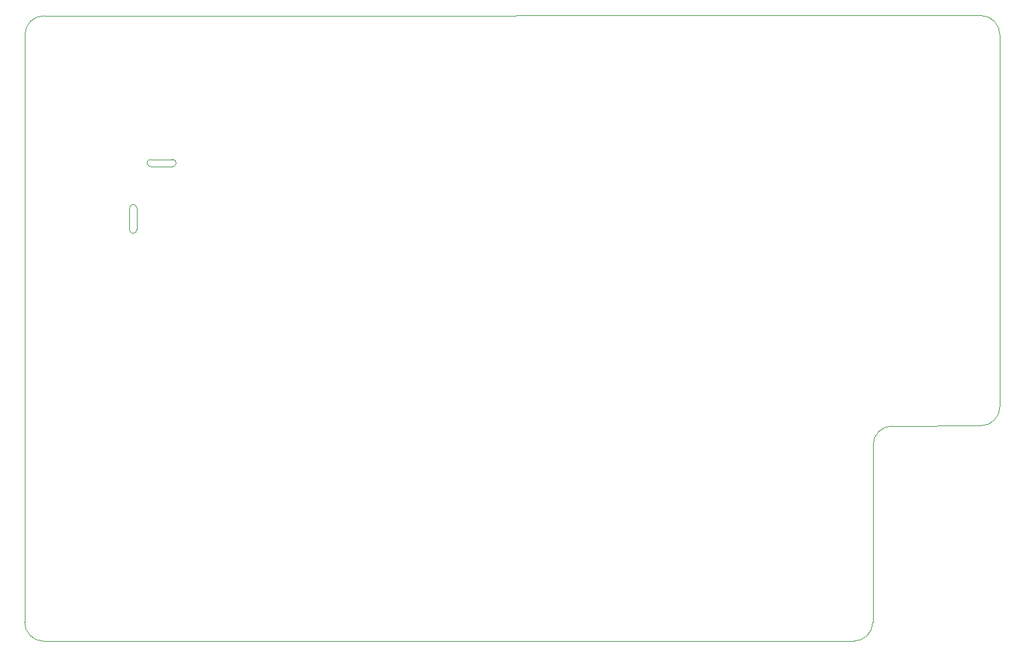
<source format=gbr>
%TF.GenerationSoftware,KiCad,Pcbnew,8.0.2*%
%TF.CreationDate,2024-08-07T19:15:07+02:00*%
%TF.ProjectId,hamodule,68616d6f-6475-46c6-952e-6b696361645f,20240807.23.8*%
%TF.SameCoordinates,Original*%
%TF.FileFunction,Profile,NP*%
%FSLAX46Y46*%
G04 Gerber Fmt 4.6, Leading zero omitted, Abs format (unit mm)*
G04 Created by KiCad (PCBNEW 8.0.2) date 2024-08-07 19:15:07*
%MOMM*%
%LPD*%
G01*
G04 APERTURE LIST*
%TA.AperFunction,Profile*%
%ADD10C,0.050000*%
%TD*%
G04 APERTURE END LIST*
D10*
X127101600Y83279252D02*
X2553200Y83261200D01*
X-25400Y2541999D02*
X13200Y80721200D01*
X2514600Y0D02*
G75*
G02*
X-25401Y2541999I2000J2542000D01*
G01*
X16738600Y63169800D02*
X19634200Y63169800D01*
X14897600Y54762400D02*
G75*
G02*
X13932400Y54762400I-482600J0D01*
G01*
X13932400Y57658000D02*
G75*
G02*
X14897600Y57658000I482600J0D01*
G01*
X112787204Y26111200D02*
X112750600Y2542000D01*
X127101600Y83279252D02*
G75*
G02*
X129639653Y80739253I-2000J-2540052D01*
G01*
X19634200Y64135000D02*
X16738600Y64135000D01*
X19634200Y64135000D02*
G75*
G02*
X19634200Y63169800I0J-482600D01*
G01*
X13200Y80721200D02*
G75*
G02*
X2553200Y83261200I2540000J0D01*
G01*
X129639604Y31209253D02*
G75*
G02*
X127099604Y28669196I-2540004J-53D01*
G01*
X13932400Y57658000D02*
X13932400Y54762400D01*
X110210600Y2000D02*
X2514600Y0D01*
X115327204Y28651200D02*
X127099604Y28669253D01*
X112787204Y26111200D02*
G75*
G02*
X115327204Y28651196I2539996J0D01*
G01*
X129639604Y80739253D02*
X129639604Y31209253D01*
X112750600Y2542000D02*
G75*
G02*
X110210600Y2000I-2540000J0D01*
G01*
X16738600Y63169800D02*
G75*
G02*
X16738600Y64135000I0J482600D01*
G01*
X14897600Y54762400D02*
X14897600Y57658000D01*
M02*

</source>
